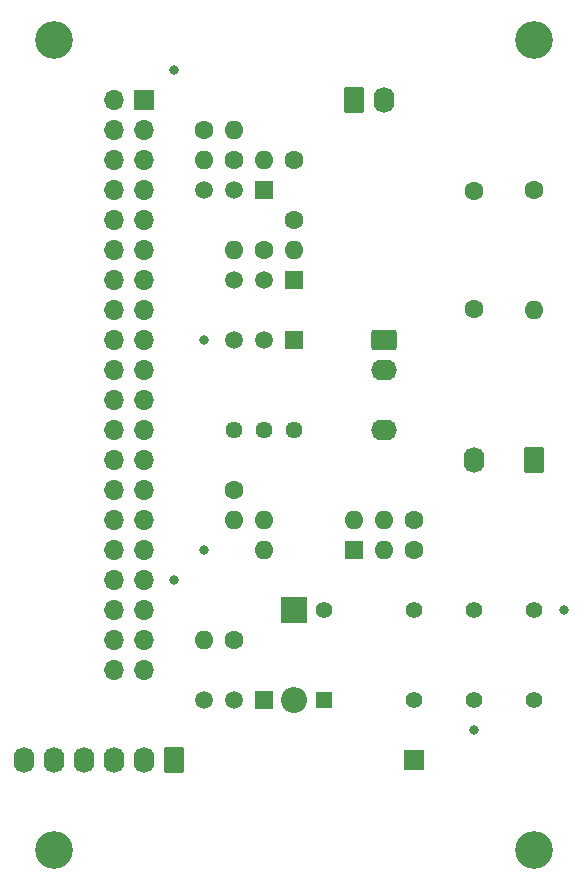
<source format=gbr>
%TF.GenerationSoftware,KiCad,Pcbnew,8.0.6*%
%TF.CreationDate,2025-01-17T11:28:57+01:00*%
%TF.ProjectId,TW39-mit-Powersave,54573339-2d6d-4697-942d-506f77657273,rev?*%
%TF.SameCoordinates,Original*%
%TF.FileFunction,Soldermask,Bot*%
%TF.FilePolarity,Negative*%
%FSLAX46Y46*%
G04 Gerber Fmt 4.6, Leading zero omitted, Abs format (unit mm)*
G04 Created by KiCad (PCBNEW 8.0.6) date 2025-01-17 11:28:57*
%MOMM*%
%LPD*%
G01*
G04 APERTURE LIST*
G04 Aperture macros list*
%AMRoundRect*
0 Rectangle with rounded corners*
0 $1 Rounding radius*
0 $2 $3 $4 $5 $6 $7 $8 $9 X,Y pos of 4 corners*
0 Add a 4 corners polygon primitive as box body*
4,1,4,$2,$3,$4,$5,$6,$7,$8,$9,$2,$3,0*
0 Add four circle primitives for the rounded corners*
1,1,$1+$1,$2,$3*
1,1,$1+$1,$4,$5*
1,1,$1+$1,$6,$7*
1,1,$1+$1,$8,$9*
0 Add four rect primitives between the rounded corners*
20,1,$1+$1,$2,$3,$4,$5,0*
20,1,$1+$1,$4,$5,$6,$7,0*
20,1,$1+$1,$6,$7,$8,$9,0*
20,1,$1+$1,$8,$9,$2,$3,0*%
G04 Aperture macros list end*
%ADD10RoundRect,0.250000X0.620000X0.845000X-0.620000X0.845000X-0.620000X-0.845000X0.620000X-0.845000X0*%
%ADD11O,0.100000X0.100000*%
%ADD12O,1.740000X2.190000*%
%ADD13R,2.200000X2.200000*%
%ADD14O,2.200000X2.200000*%
%ADD15R,1.500000X1.500000*%
%ADD16C,1.500000*%
%ADD17R,1.400000X1.400000*%
%ADD18C,1.400000*%
%ADD19R,1.700000X1.700000*%
%ADD20C,1.600000*%
%ADD21O,1.600000X1.600000*%
%ADD22C,3.200000*%
%ADD23O,1.700000X1.700000*%
%ADD24RoundRect,0.250000X-0.845000X0.620000X-0.845000X-0.620000X0.845000X-0.620000X0.845000X0.620000X0*%
%ADD25O,2.190000X1.740000*%
%ADD26R,1.600000X1.600000*%
%ADD27C,1.440000*%
%ADD28RoundRect,0.250000X-0.620000X-0.845000X0.620000X-0.845000X0.620000X0.845000X-0.620000X0.845000X0*%
%ADD29C,0.800000*%
G04 APERTURE END LIST*
D10*
%TO.C,J5*%
X149860000Y-96520000D03*
D11*
X147320000Y-96520000D03*
D12*
X144780000Y-96520000D03*
%TD*%
D13*
%TO.C,D1*%
X129540000Y-109220000D03*
D14*
X129540000Y-116840000D03*
%TD*%
D15*
%TO.C,Q4*%
X129540000Y-86360000D03*
D16*
X127000000Y-86360000D03*
X124460000Y-86360000D03*
%TD*%
D17*
%TO.C,K1*%
X132080000Y-116840000D03*
D18*
X139700000Y-116840000D03*
X144780000Y-116840000D03*
X149860000Y-116840000D03*
X149860000Y-109220000D03*
X144780000Y-109220000D03*
X139700000Y-109220000D03*
X132080000Y-109220000D03*
%TD*%
D19*
%TO.C,J3*%
X139700000Y-121920000D03*
%TD*%
D20*
%TO.C,R11*%
X124460000Y-99060000D03*
D21*
X124460000Y-101600000D03*
%TD*%
D20*
%TO.C,R3*%
X124460000Y-111760000D03*
D21*
X121920000Y-111760000D03*
%TD*%
D10*
%TO.C,J2*%
X119380000Y-121920000D03*
D12*
X116840000Y-121920000D03*
X114300000Y-121920000D03*
X111760000Y-121920000D03*
X109220000Y-121920000D03*
X106680000Y-121920000D03*
%TD*%
D20*
%TO.C,R2*%
X124460000Y-71120000D03*
D21*
X121920000Y-71120000D03*
%TD*%
D22*
%TO.C,REF\u002A\u002A*%
X109220000Y-60960000D03*
%TD*%
D19*
%TO.C,J1*%
X116840000Y-66040000D03*
D23*
X114300000Y-66040000D03*
X116840000Y-68580000D03*
X114300000Y-68580000D03*
X116840000Y-71120000D03*
X114300000Y-71120000D03*
X116840000Y-73660000D03*
X114300000Y-73660000D03*
X116840000Y-76200000D03*
X114300000Y-76200000D03*
X116840000Y-78740000D03*
X114300000Y-78740000D03*
X116840000Y-81280000D03*
X114300000Y-81280000D03*
X116840000Y-83820000D03*
X114300000Y-83820000D03*
X116840000Y-86360000D03*
X114300000Y-86360000D03*
X116840000Y-88900000D03*
X114300000Y-88900000D03*
X116840000Y-91440000D03*
X114300000Y-91440000D03*
X116840000Y-93980000D03*
X114300000Y-93980000D03*
X116840000Y-96520000D03*
X114300000Y-96520000D03*
X116840000Y-99060000D03*
X114300000Y-99060000D03*
X116840000Y-101600000D03*
X114300000Y-101600000D03*
X116840000Y-104140000D03*
X114300000Y-104140000D03*
X116840000Y-106680000D03*
X114300000Y-106680000D03*
X116840000Y-109220000D03*
X114300000Y-109220000D03*
X116840000Y-111760000D03*
X114300000Y-111760000D03*
X116840000Y-114300000D03*
X114300000Y-114300000D03*
%TD*%
D20*
%TO.C,R9*%
X139700000Y-101600000D03*
D21*
X137160000Y-101600000D03*
%TD*%
D15*
%TO.C,Q3*%
X129540000Y-81280000D03*
D16*
X127000000Y-81280000D03*
X124460000Y-81280000D03*
%TD*%
D20*
%TO.C,C1*%
X144780000Y-73740000D03*
X144780000Y-83740000D03*
%TD*%
%TO.C,R6*%
X149860000Y-73660000D03*
D21*
X149860000Y-83820000D03*
%TD*%
D22*
%TO.C,REF\u002A\u002A*%
X149860000Y-129540000D03*
%TD*%
D15*
%TO.C,Q1*%
X127000000Y-73660000D03*
D16*
X124460000Y-73660000D03*
X121920000Y-73660000D03*
%TD*%
D20*
%TO.C,R5*%
X127000000Y-78740000D03*
D21*
X124460000Y-78740000D03*
%TD*%
D20*
%TO.C,R8*%
X139700000Y-104140000D03*
D21*
X137160000Y-104140000D03*
%TD*%
D22*
%TO.C,REF\u002A\u002A*%
X109220000Y-129540000D03*
%TD*%
D24*
%TO.C,Q5*%
X137160000Y-86360000D03*
D25*
X137160000Y-93980000D03*
X137160000Y-88900000D03*
D11*
X137160000Y-91440000D03*
%TD*%
D20*
%TO.C,R7*%
X129540000Y-76200000D03*
D21*
X129540000Y-78740000D03*
%TD*%
D26*
%TO.C,U1*%
X134620000Y-104140000D03*
D21*
X134620000Y-101600000D03*
X127000000Y-101600000D03*
X127000000Y-104140000D03*
%TD*%
D20*
%TO.C,R4*%
X129540000Y-71120000D03*
D21*
X127000000Y-71120000D03*
%TD*%
D27*
%TO.C,RV1*%
X129540000Y-93980000D03*
X127000000Y-93980000D03*
X124460000Y-93980000D03*
%TD*%
D15*
%TO.C,Q2*%
X127000000Y-116840000D03*
D16*
X124460000Y-116840000D03*
X121920000Y-116840000D03*
%TD*%
D20*
%TO.C,R1*%
X121920000Y-68580000D03*
D21*
X124460000Y-68580000D03*
%TD*%
D28*
%TO.C,J4*%
X134620000Y-66040000D03*
D12*
X137160000Y-66040000D03*
%TD*%
D22*
%TO.C,REF\u002A\u002A*%
X149860000Y-60960000D03*
%TD*%
D29*
X144780000Y-119380000D03*
X152400000Y-109220000D03*
X119380000Y-106680000D03*
X119380000Y-63500000D03*
X121920000Y-86360000D03*
X121920000Y-104140000D03*
M02*

</source>
